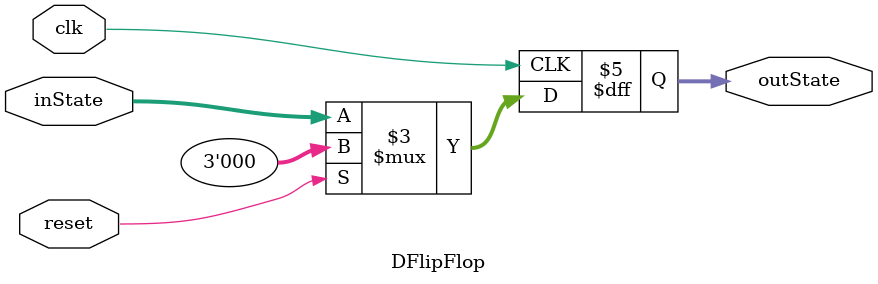
<source format=v>
`timescale 1ns / 1ps


module DFlipFlop(inState, clk, reset, outState);
    input [2:0] inState; // ÏÂÒ»¸ö×´Ì¬
    input clk;// Ê±ÖÓÐÁ¹þ
    input reset; // ÖØÖÃ×´Ì¬ÐÅºÅ
    output reg[2:0] outState; // µ±Ç°×´Ì¬
    always @(posedge clk) begin
        if (reset) outState = 3'b000;
        else outState = inState;
    end
endmodule

</source>
